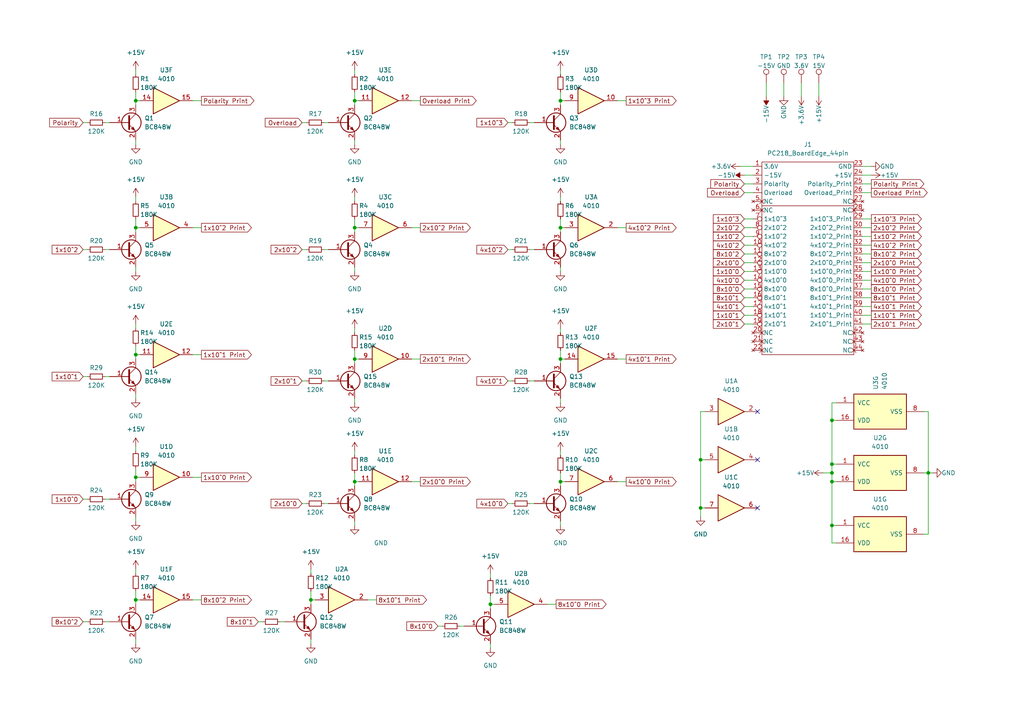
<source format=kicad_sch>
(kicad_sch (version 20211123) (generator eeschema)
  (paper "A4")
  (title_block (title "Keithley 615 PC218 Replacement Board") (date "2023-01-16") (rev "2.1") (company "Peter Farley") (comment 1 "Rev 2.0: Initial design") (comment 2 "Rev 2.1: Add test points"))
  (lib_symbols
    (symbol "4xxx:4010" (pin_names (offset 1.016))
      (property "Reference" "U" (at 0 1.27 0))
      (property "Value" "4010" (at 0 -1.27 0))
      (symbol "4010_1_0"
        (pin output line (at 7.62 0 180) (length 3.81) (name "~") (number "2"))
        (pin input line (at -7.62 0 0) (length 3.81) (name "~") (number "3"))
      )
      (symbol "4010_2_0"
        (pin output line (at 7.62 0 180) (length 3.81) (name "~") (number "4"))
        (pin input line (at -7.62 0 0) (length 3.81) (name "~") (number "5"))
      )
      (symbol "4010_3_0"
        (pin output line (at 7.62 0 180) (length 3.81) (name "~") (number "6"))
        (pin input line (at -7.62 0 0) (length 3.81) (name "~") (number "7"))
      )
      (symbol "4010_4_0"
        (pin output line (at 7.62 0 180) (length 3.81) (name "~") (number "10"))
        (pin input line (at -7.62 0 0) (length 3.81) (name "~") (number "9"))
      )
      (symbol "4010_5_0"
        (pin input line (at -7.62 0 0) (length 3.81) (name "~") (number "11"))
        (pin output line (at 7.62 0 180) (length 3.81) (name "~") (number "12"))
      )
      (symbol "4010_6_0"
        (pin input line (at -7.62 0 0) (length 3.81) (name "~") (number "14"))
        (pin output line (at 7.62 0 180) (length 3.81) (name "~") (number "15"))
      )
      (symbol "4010_7_0"
        (pin power_in line (at 2.54 12.7 270) (length 5.08) (name "VCC") (number "1"))
        (pin power_in line (at -2.54 12.7 270) (length 5.08) (name "VDD") (number "16"))
        (pin power_in line (at 0 -12.7 90) (length 5.08) (name "VSS") (number "8"))
      )
    )
    (symbol "Connector:TestPoint" (pin_numbers hide) (pin_names (offset 0.762) hide)
      (property "Reference" "TP" (at 0 6.858 0))
      (property "Value" "TestPoint" (at 0 5.08 0))
      (symbol "TestPoint_1_1"
        (pin passive line (at 0 0 90) (length 2.54) (name "1") (number "1"))
      )
    )
    (symbol "Device:R_Small" (pin_numbers hide) (pin_names (offset 0.254) hide)
      (property "Reference" "R" (at 0.762 0.508 0))
      (property "Value" "R_Small" (at 0.762 -1.016 0))
      (symbol "R_Small_1_1"
        (pin passive line (at 0 2.54 270) (length 0.762) (name "~") (number "1"))
        (pin passive line (at 0 -2.54 90) (length 0.762) (name "~") (number "2"))
      )
    )
    (symbol "Transistor_BJT:BC848W" (pin_names (offset 0) hide)
      (property "Reference" "Q" (at 5.08 1.905 0))
      (property "Value" "BC848W" (at 5.08 0 0))
      (symbol "BC848W_1_1"
        (pin input line (at -5.08 0 0) (length 5.715) (name "B") (number "1"))
        (pin passive line (at 2.54 -5.08 90) (length 2.54) (name "E") (number "2"))
        (pin passive line (at 2.54 5.08 270) (length 2.54) (name "C") (number "3"))
      )
    )
    (symbol "lib_symbols:+3.6V" (power) (pin_names (offset 0))
      (property "Value" "+3.6V" (at 0 3.556 0))
      (symbol "+3.6V_1_1"
        (pin power_in line (at 0 0 90) (length 0) hide (name "+3.6V") (number "1"))
      )
    )
    (symbol "lib_symbols:PC218_BoardEdge_44pin"
      (property "Reference" "J" (at -1.27 0 0))
      (property "Value" "PC218_BoardEdge_44pin" (at 0 -58.42 0))
      (symbol "PC218_BoardEdge_44pin_1_1"
        (pin power_out line (at -16.51 -2.54 0) (length 2.54) (name "3.6V") (number "1"))
        (pin output inverted (at -16.51 -25.4 0) (length 2.54) (name "4x10^2") (number "10"))
        (pin output inverted (at -16.51 -27.94 0) (length 2.54) (name "8x10^2") (number "11"))
        (pin output inverted (at -16.51 -30.48 0) (length 2.54) (name "2x10^0") (number "12"))
        (pin output inverted (at -16.51 -33.02 0) (length 2.54) (name "1x10^0") (number "13"))
        (pin output inverted (at -16.51 -35.56 0) (length 2.54) (name "4x10^0") (number "14"))
        (pin output inverted (at -16.51 -38.1 0) (length 2.54) (name "8x10^0") (number "15"))
        (pin output inverted (at -16.51 -40.64 0) (length 2.54) (name "8x10^1") (number "16"))
        (pin output inverted (at -16.51 -43.18 0) (length 2.54) (name "4x10^1") (number "17"))
        (pin output inverted (at -16.51 -45.72 0) (length 2.54) (name "1x10^1") (number "18"))
        (pin output inverted (at -16.51 -48.26 0) (length 2.54) (name "2x10^1") (number "19"))
        (pin power_out line (at -16.51 -5.08 0) (length 2.54) (name "-15V") (number "2"))
        (pin no_connect non_logic (at -16.51 -50.8 0) (length 2.54) (name "NC") (number "20"))
        (pin no_connect non_logic (at -16.51 -53.34 0) (length 2.54) (name "NC") (number "21"))
        (pin no_connect non_logic (at -16.51 -55.88 0) (length 2.54) (name "NC") (number "22"))
        (pin power_out line (at 15.24 -2.54 180) (length 2.54) (name "GND") (number "23"))
        (pin power_out line (at 15.24 -5.08 180) (length 2.54) (name "+15V") (number "24"))
        (pin input line (at 15.24 -7.62 180) (length 2.54) (name "Polarity_Print") (number "25"))
        (pin input line (at 15.24 -10.16 180) (length 2.54) (name "Overload_Print") (number "26"))
        (pin no_connect non_logic (at 15.24 -12.7 180) (length 2.54) (name "NC") (number "27"))
        (pin no_connect non_logic (at 15.24 -15.24 180) (length 2.54) (name "NC") (number "28"))
        (pin input line (at 15.24 -17.78 180) (length 2.54) (name "1x10^3_Print") (number "29"))
        (pin output line (at -16.51 -7.62 0) (length 2.54) (name "Polarity") (number "3"))
        (pin input line (at 15.24 -20.32 180) (length 2.54) (name "2x10^2_Print") (number "30"))
        (pin input line (at 15.24 -22.86 180) (length 2.54) (name "1x10^2_Print") (number "31"))
        (pin input line (at 15.24 -25.4 180) (length 2.54) (name "4x10^2_Print") (number "32"))
        (pin input line (at 15.24 -27.94 180) (length 2.54) (name "8x10^2_Print") (number "33"))
        (pin input line (at 15.24 -30.48 180) (length 2.54) (name "2x10^0_Print") (number "34"))
        (pin input line (at 15.24 -33.02 180) (length 2.54) (name "1x10^0_Print") (number "35"))
        (pin input line (at 15.24 -35.56 180) (length 2.54) (name "4x10^0_Print") (number "36"))
        (pin input line (at 15.24 -38.1 180) (length 2.54) (name "8x10^0_Print") (number "37"))
        (pin input line (at 15.24 -40.64 180) (length 2.54) (name "8x10^1_Print") (number "38"))
        (pin input line (at 15.24 -43.18 180) (length 2.54) (name "4x10^1_Print") (number "39"))
        (pin output line (at -16.51 -10.16 0) (length 2.54) (name "Overload") (number "4"))
        (pin input line (at 15.24 -45.72 180) (length 2.54) (name "1x10^1_Print") (number "40"))
        (pin input line (at 15.24 -48.26 180) (length 2.54) (name "2x10^1_Print") (number "41"))
        (pin no_connect non_logic (at 15.24 -50.8 180) (length 2.54) (name "NC") (number "42"))
        (pin no_connect non_logic (at 15.24 -53.34 180) (length 2.54) (name "NC") (number "43"))
        (pin no_connect non_logic (at 15.24 -55.88 180) (length 2.54) (name "NC") (number "44"))
        (pin no_connect non_logic (at -16.51 -12.7 0) (length 2.54) (name "NC") (number "5"))
        (pin no_connect non_logic (at -16.51 -15.24 0) (length 2.54) (name "NC") (number "6"))
        (pin output inverted (at -16.51 -17.78 0) (length 2.54) (name "1x10^3") (number "7"))
        (pin output inverted (at -16.51 -20.32 0) (length 2.54) (name "2x10^2") (number "8"))
        (pin output inverted (at -16.51 -22.86 0) (length 2.54) (name "1x10^2") (number "9"))
      )
    )
    (symbol "power:+15V" (power) (pin_names (offset 0))
      (property "Value" "+15V" (at 0 3.556 0))
      (symbol "+15V_1_1"
        (pin power_in line (at 0 0 90) (length 0) hide (name "+15V") (number "1"))
      )
    )
    (symbol "power:-15V" (power) (pin_names (offset 0))
      (property "Value" "-15V" (at 0 3.81 0))
      (symbol "-15V_0_0"
        (pin power_in line (at 0 0 90) (length 0) hide (name "-15V") (number "1"))
      )
    )
    (symbol "power:GND" (power) (pin_names (offset 0))
      (property "Value" "GND" (at 0 -3.81 0))
      (symbol "GND_1_1"
        (pin power_in line (at 0 0 270) (length 0) hide (name "GND") (number "1"))
      )
    )
  )
  (junction (at 241.3 152.4))
  (junction (at 102.87 104.14))
  (junction (at 203.2 147.32))
  (junction (at 162.56 29.21))
  (junction (at 241.3 121.92))
  (junction (at 39.37 66.04))
  (junction (at 162.56 139.7))
  (junction (at 241.3 134.62))
  (junction (at 241.3 137.16))
  (junction (at 162.56 104.14))
  (junction (at 39.37 29.21))
  (junction (at 102.87 139.7))
  (junction (at 142.24 175.26))
  (junction (at 241.3 139.7))
  (junction (at 39.37 138.43))
  (junction (at 162.56 66.04))
  (junction (at 39.37 173.99))
  (junction (at 102.87 29.21))
  (junction (at 90.17 173.99))
  (junction (at 102.87 66.04))
  (junction (at 39.37 102.87))
  (junction (at 203.2 133.35))
  (junction (at 269.24 137.16))
  (no_connect (at 219.71 147.32))
  (no_connect (at 219.71 133.35))
  (no_connect (at 219.71 119.38))
  (wire (pts (xy 102.87 40.64) (xy 102.87 41.91)))
  (wire (pts (xy 267.97 119.38) (xy 269.24 119.38)))
  (wire (pts (xy 102.87 139.7) (xy 104.14 139.7)))
  (wire (pts (xy 250.19 81.28) (xy 252.73 81.28)))
  (wire (pts (xy 250.19 50.8) (xy 252.73 50.8)))
  (wire (pts (xy 39.37 130.81) (xy 39.37 129.54)))
  (wire (pts (xy 39.37 173.99) (xy 39.37 175.26)))
  (wire (pts (xy 215.9 50.8) (xy 218.44 50.8)))
  (wire (pts (xy 215.9 86.36) (xy 218.44 86.36)))
  (wire (pts (xy 241.3 134.62) (xy 242.57 134.62)))
  (wire (pts (xy 162.56 96.52) (xy 162.56 95.25)))
  (wire (pts (xy 241.3 137.16) (xy 241.3 134.62)))
  (wire (pts (xy 142.24 175.26) (xy 143.51 175.26)))
  (wire (pts (xy 215.9 73.66) (xy 218.44 73.66)))
  (wire (pts (xy 106.68 173.99) (xy 109.22 173.99)))
  (wire (pts (xy 215.9 81.28) (xy 218.44 81.28)))
  (wire (pts (xy 39.37 95.25) (xy 39.37 93.98)))
  (wire (pts (xy 215.9 88.9) (xy 218.44 88.9)))
  (wire (pts (xy 24.13 180.34) (xy 25.4 180.34)))
  (wire (pts (xy 39.37 114.3) (xy 39.37 115.57)))
  (wire (pts (xy 162.56 115.57) (xy 162.56 116.84)))
  (wire (pts (xy 204.47 119.38) (xy 203.2 119.38)))
  (wire (pts (xy 179.07 104.14) (xy 181.61 104.14)))
  (wire (pts (xy 39.37 185.42) (xy 39.37 186.69)))
  (wire (pts (xy 24.13 35.56) (xy 25.4 35.56)))
  (wire (pts (xy 267.97 137.16) (xy 269.24 137.16)))
  (wire (pts (xy 214.63 48.26) (xy 218.44 48.26)))
  (wire (pts (xy 102.87 101.6) (xy 102.87 104.14)))
  (wire (pts (xy 153.67 146.05) (xy 154.94 146.05)))
  (wire (pts (xy 215.9 78.74) (xy 218.44 78.74)))
  (wire (pts (xy 250.19 91.44) (xy 252.73 91.44)))
  (wire (pts (xy 232.41 24.13) (xy 232.41 27.94)))
  (wire (pts (xy 250.19 78.74) (xy 252.73 78.74)))
  (wire (pts (xy 119.38 29.21) (xy 121.92 29.21)))
  (wire (pts (xy 215.9 93.98) (xy 218.44 93.98)))
  (wire (pts (xy 162.56 40.64) (xy 162.56 41.91)))
  (wire (pts (xy 39.37 166.37) (xy 39.37 165.1)))
  (wire (pts (xy 102.87 139.7) (xy 102.87 140.97)))
  (wire (pts (xy 250.19 66.04) (xy 252.73 66.04)))
  (wire (pts (xy 162.56 132.08) (xy 162.56 130.81)))
  (wire (pts (xy 102.87 77.47) (xy 102.87 78.74)))
  (wire (pts (xy 241.3 152.4) (xy 242.57 152.4)))
  (wire (pts (xy 90.17 173.99) (xy 91.44 173.99)))
  (wire (pts (xy 102.87 104.14) (xy 104.14 104.14)))
  (wire (pts (xy 90.17 185.42) (xy 90.17 186.69)))
  (wire (pts (xy 162.56 77.47) (xy 162.56 78.74)))
  (wire (pts (xy 74.93 180.34) (xy 76.2 180.34)))
  (wire (pts (xy 242.57 116.84) (xy 241.3 116.84)))
  (wire (pts (xy 93.98 35.56) (xy 95.25 35.56)))
  (wire (pts (xy 39.37 102.87) (xy 40.64 102.87)))
  (wire (pts (xy 215.9 83.82) (xy 218.44 83.82)))
  (wire (pts (xy 87.63 35.56) (xy 88.9 35.56)))
  (wire (pts (xy 55.88 102.87) (xy 58.42 102.87)))
  (wire (pts (xy 250.19 93.98) (xy 252.73 93.98)))
  (wire (pts (xy 162.56 29.21) (xy 163.83 29.21)))
  (wire (pts (xy 215.9 68.58) (xy 218.44 68.58)))
  (wire (pts (xy 39.37 102.87) (xy 39.37 104.14)))
  (wire (pts (xy 238.76 137.16) (xy 241.3 137.16)))
  (wire (pts (xy 102.87 115.57) (xy 102.87 116.84)))
  (wire (pts (xy 87.63 110.49) (xy 88.9 110.49)))
  (wire (pts (xy 39.37 21.59) (xy 39.37 20.32)))
  (wire (pts (xy 102.87 137.16) (xy 102.87 139.7)))
  (wire (pts (xy 215.9 91.44) (xy 218.44 91.44)))
  (wire (pts (xy 39.37 100.33) (xy 39.37 102.87)))
  (wire (pts (xy 250.19 71.12) (xy 252.73 71.12)))
  (wire (pts (xy 237.49 24.13) (xy 237.49 27.94)))
  (wire (pts (xy 147.32 110.49) (xy 148.59 110.49)))
  (wire (pts (xy 162.56 139.7) (xy 162.56 140.97)))
  (wire (pts (xy 250.19 53.34) (xy 252.73 53.34)))
  (wire (pts (xy 162.56 151.13) (xy 162.56 152.4)))
  (wire (pts (xy 102.87 66.04) (xy 104.14 66.04)))
  (wire (pts (xy 102.87 63.5) (xy 102.87 66.04)))
  (wire (pts (xy 142.24 167.64) (xy 142.24 166.37)))
  (wire (pts (xy 90.17 173.99) (xy 90.17 175.26)))
  (wire (pts (xy 55.88 66.04) (xy 58.42 66.04)))
  (wire (pts (xy 147.32 146.05) (xy 148.59 146.05)))
  (wire (pts (xy 250.19 86.36) (xy 252.73 86.36)))
  (wire (pts (xy 55.88 29.21) (xy 58.42 29.21)))
  (wire (pts (xy 93.98 72.39) (xy 95.25 72.39)))
  (wire (pts (xy 158.75 175.26) (xy 161.29 175.26)))
  (wire (pts (xy 162.56 104.14) (xy 163.83 104.14)))
  (wire (pts (xy 147.32 35.56) (xy 148.59 35.56)))
  (wire (pts (xy 269.24 119.38) (xy 269.24 137.16)))
  (wire (pts (xy 30.48 35.56) (xy 31.75 35.56)))
  (wire (pts (xy 147.32 72.39) (xy 148.59 72.39)))
  (wire (pts (xy 90.17 171.45) (xy 90.17 173.99)))
  (wire (pts (xy 102.87 58.42) (xy 102.87 57.15)))
  (wire (pts (xy 102.87 26.67) (xy 102.87 29.21)))
  (wire (pts (xy 203.2 147.32) (xy 203.2 149.86)))
  (wire (pts (xy 30.48 109.22) (xy 31.75 109.22)))
  (wire (pts (xy 241.3 139.7) (xy 242.57 139.7)))
  (wire (pts (xy 179.07 139.7) (xy 181.61 139.7)))
  (wire (pts (xy 215.9 76.2) (xy 218.44 76.2)))
  (wire (pts (xy 39.37 173.99) (xy 40.64 173.99)))
  (wire (pts (xy 203.2 147.32) (xy 204.47 147.32)))
  (wire (pts (xy 241.3 116.84) (xy 241.3 121.92)))
  (wire (pts (xy 215.9 55.88) (xy 218.44 55.88)))
  (wire (pts (xy 39.37 138.43) (xy 39.37 139.7)))
  (wire (pts (xy 250.19 68.58) (xy 252.73 68.58)))
  (wire (pts (xy 241.3 134.62) (xy 241.3 121.92)))
  (wire (pts (xy 55.88 138.43) (xy 58.42 138.43)))
  (wire (pts (xy 39.37 29.21) (xy 40.64 29.21)))
  (wire (pts (xy 162.56 21.59) (xy 162.56 20.32)))
  (wire (pts (xy 39.37 26.67) (xy 39.37 29.21)))
  (wire (pts (xy 203.2 133.35) (xy 204.47 133.35)))
  (wire (pts (xy 87.63 72.39) (xy 88.9 72.39)))
  (wire (pts (xy 102.87 29.21) (xy 104.14 29.21)))
  (wire (pts (xy 24.13 72.39) (xy 25.4 72.39)))
  (wire (pts (xy 39.37 29.21) (xy 39.37 30.48)))
  (wire (pts (xy 241.3 157.48) (xy 241.3 152.4)))
  (wire (pts (xy 39.37 66.04) (xy 40.64 66.04)))
  (wire (pts (xy 162.56 63.5) (xy 162.56 66.04)))
  (wire (pts (xy 250.19 48.26) (xy 252.73 48.26)))
  (wire (pts (xy 269.24 137.16) (xy 269.24 154.94)))
  (wire (pts (xy 215.9 53.34) (xy 218.44 53.34)))
  (wire (pts (xy 250.19 88.9) (xy 252.73 88.9)))
  (wire (pts (xy 153.67 72.39) (xy 154.94 72.39)))
  (wire (pts (xy 24.13 109.22) (xy 25.4 109.22)))
  (wire (pts (xy 162.56 58.42) (xy 162.56 57.15)))
  (wire (pts (xy 39.37 63.5) (xy 39.37 66.04)))
  (wire (pts (xy 102.87 151.13) (xy 102.87 152.4)))
  (wire (pts (xy 222.25 24.13) (xy 222.25 27.94)))
  (wire (pts (xy 215.9 71.12) (xy 218.44 71.12)))
  (wire (pts (xy 30.48 180.34) (xy 31.75 180.34)))
  (wire (pts (xy 162.56 66.04) (xy 163.83 66.04)))
  (wire (pts (xy 102.87 96.52) (xy 102.87 95.25)))
  (wire (pts (xy 162.56 26.67) (xy 162.56 29.21)))
  (wire (pts (xy 127 181.61) (xy 128.27 181.61)))
  (wire (pts (xy 250.19 55.88) (xy 252.73 55.88)))
  (wire (pts (xy 142.24 175.26) (xy 142.24 176.53)))
  (wire (pts (xy 241.3 121.92) (xy 242.57 121.92)))
  (wire (pts (xy 269.24 137.16) (xy 270.51 137.16)))
  (wire (pts (xy 153.67 35.56) (xy 154.94 35.56)))
  (wire (pts (xy 203.2 119.38) (xy 203.2 133.35)))
  (wire (pts (xy 179.07 66.04) (xy 181.61 66.04)))
  (wire (pts (xy 93.98 146.05) (xy 95.25 146.05)))
  (wire (pts (xy 30.48 144.78) (xy 31.75 144.78)))
  (wire (pts (xy 215.9 66.04) (xy 218.44 66.04)))
  (wire (pts (xy 39.37 138.43) (xy 40.64 138.43)))
  (wire (pts (xy 119.38 66.04) (xy 121.92 66.04)))
  (wire (pts (xy 102.87 21.59) (xy 102.87 20.32)))
  (wire (pts (xy 142.24 186.69) (xy 142.24 187.96)))
  (wire (pts (xy 102.87 66.04) (xy 102.87 67.31)))
  (wire (pts (xy 250.19 63.5) (xy 252.73 63.5)))
  (wire (pts (xy 24.13 144.78) (xy 25.4 144.78)))
  (wire (pts (xy 39.37 58.42) (xy 39.37 57.15)))
  (wire (pts (xy 81.28 180.34) (xy 82.55 180.34)))
  (wire (pts (xy 119.38 104.14) (xy 121.92 104.14)))
  (wire (pts (xy 162.56 104.14) (xy 162.56 105.41)))
  (wire (pts (xy 142.24 172.72) (xy 142.24 175.26)))
  (wire (pts (xy 179.07 29.21) (xy 181.61 29.21)))
  (wire (pts (xy 227.33 24.13) (xy 227.33 27.94)))
  (wire (pts (xy 162.56 66.04) (xy 162.56 67.31)))
  (wire (pts (xy 30.48 72.39) (xy 31.75 72.39)))
  (wire (pts (xy 90.17 166.37) (xy 90.17 165.1)))
  (wire (pts (xy 250.19 76.2) (xy 252.73 76.2)))
  (wire (pts (xy 119.38 139.7) (xy 121.92 139.7)))
  (wire (pts (xy 102.87 132.08) (xy 102.87 130.81)))
  (wire (pts (xy 133.35 181.61) (xy 134.62 181.61)))
  (wire (pts (xy 162.56 101.6) (xy 162.56 104.14)))
  (wire (pts (xy 203.2 133.35) (xy 203.2 147.32)))
  (wire (pts (xy 162.56 137.16) (xy 162.56 139.7)))
  (wire (pts (xy 269.24 154.94) (xy 267.97 154.94)))
  (wire (pts (xy 102.87 29.21) (xy 102.87 30.48)))
  (wire (pts (xy 93.98 110.49) (xy 95.25 110.49)))
  (wire (pts (xy 39.37 135.89) (xy 39.37 138.43)))
  (wire (pts (xy 241.3 139.7) (xy 241.3 137.16)))
  (wire (pts (xy 215.9 63.5) (xy 218.44 63.5)))
  (wire (pts (xy 39.37 66.04) (xy 39.37 67.31)))
  (wire (pts (xy 55.88 173.99) (xy 58.42 173.99)))
  (wire (pts (xy 102.87 104.14) (xy 102.87 105.41)))
  (wire (pts (xy 153.67 110.49) (xy 154.94 110.49)))
  (wire (pts (xy 242.57 157.48) (xy 241.3 157.48)))
  (wire (pts (xy 39.37 171.45) (xy 39.37 173.99)))
  (wire (pts (xy 250.19 73.66) (xy 252.73 73.66)))
  (wire (pts (xy 39.37 77.47) (xy 39.37 78.74)))
  (wire (pts (xy 241.3 152.4) (xy 241.3 139.7)))
  (wire (pts (xy 87.63 146.05) (xy 88.9 146.05)))
  (wire (pts (xy 39.37 40.64) (xy 39.37 41.91)))
  (wire (pts (xy 250.19 83.82) (xy 252.73 83.82)))
  (wire (pts (xy 162.56 139.7) (xy 163.83 139.7)))
  (wire (pts (xy 162.56 29.21) (xy 162.56 30.48)))
  (wire (pts (xy 39.37 149.86) (xy 39.37 151.13)))
  (global_label "8x10^0 Print" (shape output) (at 252.73 83.82 0) (property "Intersheet References" "${INTERSHEET_REFS}" (effects hide)))
  (global_label "4x10^2 Print" (shape output) (at 181.61 66.04 0) (property "Intersheet References" "${INTERSHEET_REFS}" (effects hide)))
  (global_label "4x10^2" (shape input) (at 215.9 71.12 180) (property "Intersheet References" "${INTERSHEET_REFS}" (effects hide)))
  (global_label "2x10^2" (shape input) (at 87.63 72.39 180) (property "Intersheet References" "${INTERSHEET_REFS}" (effects hide)))
  (global_label "8x10^0 Print" (shape output) (at 161.29 175.26 0) (property "Intersheet References" "${INTERSHEET_REFS}" (effects hide)))
  (global_label "1x10^2 Print" (shape output) (at 252.73 68.58 0) (property "Intersheet References" "${INTERSHEET_REFS}" (effects hide)))
  (global_label "Overload" (shape input) (at 215.9 55.88 180) (property "Intersheet References" "${INTERSHEET_REFS}" (effects hide)))
  (global_label "4x10^0 Print" (shape output) (at 181.61 139.7 0) (property "Intersheet References" "${INTERSHEET_REFS}" (effects hide)))
  (global_label "1x10^0 Print" (shape output) (at 58.42 138.43 0) (property "Intersheet References" "${INTERSHEET_REFS}" (effects hide)))
  (global_label "1x10^3" (shape input) (at 147.32 35.56 180) (property "Intersheet References" "${INTERSHEET_REFS}" (effects hide)))
  (global_label "2x10^1 Print" (shape output) (at 121.92 104.14 0) (property "Intersheet References" "${INTERSHEET_REFS}" (effects hide)))
  (global_label "2x10^2" (shape input) (at 215.9 66.04 180) (property "Intersheet References" "${INTERSHEET_REFS}" (effects hide)))
  (global_label "8x10^1 Print" (shape output) (at 252.73 86.36 0) (property "Intersheet References" "${INTERSHEET_REFS}" (effects hide)))
  (global_label "Polarity" (shape input) (at 215.9 53.34 180) (property "Intersheet References" "${INTERSHEET_REFS}" (effects hide)))
  (global_label "2x10^0" (shape input) (at 87.63 146.05 180) (property "Intersheet References" "${INTERSHEET_REFS}" (effects hide)))
  (global_label "1x10^1" (shape input) (at 24.13 109.22 180) (property "Intersheet References" "${INTERSHEET_REFS}" (effects hide)))
  (global_label "2x10^0 Print" (shape output) (at 121.92 139.7 0) (property "Intersheet References" "${INTERSHEET_REFS}" (effects hide)))
  (global_label "1x10^3 Print" (shape output) (at 181.61 29.21 0) (property "Intersheet References" "${INTERSHEET_REFS}" (effects hide)))
  (global_label "2x10^1" (shape input) (at 87.63 110.49 180) (property "Intersheet References" "${INTERSHEET_REFS}" (effects hide)))
  (global_label "1x10^2" (shape input) (at 24.13 72.39 180) (property "Intersheet References" "${INTERSHEET_REFS}" (effects hide)))
  (global_label "8x10^1" (shape input) (at 74.93 180.34 180) (property "Intersheet References" "${INTERSHEET_REFS}" (effects hide)))
  (global_label "Polarity Print" (shape output) (at 58.42 29.21 0) (property "Intersheet References" "${INTERSHEET_REFS}" (effects hide)))
  (global_label "Polarity Print" (shape output) (at 252.73 53.34 0) (property "Intersheet References" "${INTERSHEET_REFS}" (effects hide)))
  (global_label "Polarity" (shape input) (at 24.13 35.56 180) (property "Intersheet References" "${INTERSHEET_REFS}" (effects hide)))
  (global_label "8x10^0" (shape input) (at 215.9 83.82 180) (property "Intersheet References" "${INTERSHEET_REFS}" (effects hide)))
  (global_label "8x10^2 Print" (shape output) (at 252.73 73.66 0) (property "Intersheet References" "${INTERSHEET_REFS}" (effects hide)))
  (global_label "8x10^2" (shape input) (at 215.9 73.66 180) (property "Intersheet References" "${INTERSHEET_REFS}" (effects hide)))
  (global_label "1x10^1 Print" (shape output) (at 252.73 91.44 0) (property "Intersheet References" "${INTERSHEET_REFS}" (effects hide)))
  (global_label "8x10^2" (shape input) (at 24.13 180.34 180) (property "Intersheet References" "${INTERSHEET_REFS}" (effects hide)))
  (global_label "1x10^3" (shape input) (at 215.9 63.5 180) (property "Intersheet References" "${INTERSHEET_REFS}" (effects hide)))
  (global_label "1x10^0" (shape input) (at 215.9 78.74 180) (property "Intersheet References" "${INTERSHEET_REFS}" (effects hide)))
  (global_label "4x10^1" (shape input) (at 215.9 88.9 180) (property "Intersheet References" "${INTERSHEET_REFS}" (effects hide)))
  (global_label "2x10^1 Print" (shape output) (at 252.73 93.98 0) (property "Intersheet References" "${INTERSHEET_REFS}" (effects hide)))
  (global_label "1x10^3 Print" (shape output) (at 252.73 63.5 0) (property "Intersheet References" "${INTERSHEET_REFS}" (effects hide)))
  (global_label "2x10^2 Print" (shape output) (at 252.73 66.04 0) (property "Intersheet References" "${INTERSHEET_REFS}" (effects hide)))
  (global_label "2x10^2 Print" (shape output) (at 121.92 66.04 0) (property "Intersheet References" "${INTERSHEET_REFS}" (effects hide)))
  (global_label "1x10^2" (shape input) (at 215.9 68.58 180) (property "Intersheet References" "${INTERSHEET_REFS}" (effects hide)))
  (global_label "1x10^0" (shape input) (at 24.13 144.78 180) (property "Intersheet References" "${INTERSHEET_REFS}" (effects hide)))
  (global_label "Overload Print" (shape output) (at 252.73 55.88 0) (property "Intersheet References" "${INTERSHEET_REFS}" (effects hide)))
  (global_label "1x10^1" (shape input) (at 215.9 91.44 180) (property "Intersheet References" "${INTERSHEET_REFS}" (effects hide)))
  (global_label "4x10^1 Print" (shape output) (at 181.61 104.14 0) (property "Intersheet References" "${INTERSHEET_REFS}" (effects hide)))
  (global_label "8x10^2 Print" (shape output) (at 58.42 173.99 0) (property "Intersheet References" "${INTERSHEET_REFS}" (effects hide)))
  (global_label "4x10^1" (shape input) (at 147.32 110.49 180) (property "Intersheet References" "${INTERSHEET_REFS}" (effects hide)))
  (global_label "4x10^1 Print" (shape output) (at 252.73 88.9 0) (property "Intersheet References" "${INTERSHEET_REFS}" (effects hide)))
  (global_label "4x10^0" (shape input) (at 215.9 81.28 180) (property "Intersheet References" "${INTERSHEET_REFS}" (effects hide)))
  (global_label "1x10^2 Print" (shape output) (at 58.42 66.04 0) (property "Intersheet References" "${INTERSHEET_REFS}" (effects hide)))
  (global_label "2x10^0" (shape input) (at 215.9 76.2 180) (property "Intersheet References" "${INTERSHEET_REFS}" (effects hide)))
  (global_label "Overload Print" (shape output) (at 121.92 29.21 0) (property "Intersheet References" "${INTERSHEET_REFS}" (effects hide)))
  (global_label "2x10^0 Print" (shape output) (at 252.73 76.2 0) (property "Intersheet References" "${INTERSHEET_REFS}" (effects hide)))
  (global_label "4x10^0" (shape input) (at 147.32 146.05 180) (property "Intersheet References" "${INTERSHEET_REFS}" (effects hide)))
  (global_label "8x10^1 Print" (shape output) (at 109.22 173.99 0) (property "Intersheet References" "${INTERSHEET_REFS}" (effects hide)))
  (global_label "1x10^0 Print" (shape output) (at 252.73 78.74 0) (property "Intersheet References" "${INTERSHEET_REFS}" (effects hide)))
  (global_label "4x10^2" (shape input) (at 147.32 72.39 180) (property "Intersheet References" "${INTERSHEET_REFS}" (effects hide)))
  (global_label "4x10^0 Print" (shape output) (at 252.73 81.28 0) (property "Intersheet References" "${INTERSHEET_REFS}" (effects hide)))
  (global_label "4x10^2 Print" (shape output) (at 252.73 71.12 0) (property "Intersheet References" "${INTERSHEET_REFS}" (effects hide)))
  (global_label "Overload" (shape input) (at 87.63 35.56 180) (property "Intersheet References" "${INTERSHEET_REFS}" (effects hide)))
  (global_label "8x10^0" (shape input) (at 127 181.61 180) (property "Intersheet References" "${INTERSHEET_REFS}" (effects hide)))
  (global_label "1x10^1 Print" (shape output) (at 58.42 102.87 0) (property "Intersheet References" "${INTERSHEET_REFS}" (effects hide)))
  (global_label "2x10^1" (shape input) (at 215.9 93.98 180) (property "Intersheet References" "${INTERSHEET_REFS}" (effects hide)))
  (global_label "8x10^1" (shape input) (at 215.9 86.36 180) (property "Intersheet References" "${INTERSHEET_REFS}" (effects hide)))
  (symbol (lib_id "Transistor_BJT:BC848W") (at 100.33 35.56 0) (unit 1)
    (property "Reference" "Q2" (at 105.41 34.2899 0) (effects (justify left)))
    (property "Value" "BC848W" (at 105.41 36.8299 0) (effects (justify left)))
    (property "Footprint" "Package_TO_SOT_SMD:SOT-323_SC-70" (effects hide))
    (property "Datasheet" "http://www.infineon.com/dgdl/Infineon-BC847SERIES_BC848SERIES_BC849SERIES_BC850SERIES-DS-v01_01-en.pdf?fileId=db3a304314dca389011541d4630a1657" (effects hide))
  )
  (symbol (lib_id "Connector:TestPoint") (at 232.41 24.13 0) (unit 1)
    (property "Reference" "TP3" (at 232.41 16.51 0))
    (property "Value" "3.6V" (at 232.41 19.05 0))
    (property "Footprint" "TestPoint:TestPoint_THTPad_2.0x2.0mm_Drill1.0mm" (effects hide))
  )
  (symbol (lib_id "4xxx:4010") (at 48.26 173.99 0) (unit 6)
    (property "Reference" "U1" (at 48.26 165.1 0))
    (property "Value" "4010" (at 48.26 167.64 0))
    (property "Footprint" "Package_SO:SOIC-16_3.9x9.9mm_P1.27mm" (effects hide))
    (property "Datasheet" "http://www.ti.com/lit/ds/symlink/cd4010b-q1.pdf" (effects hide))
  )
  (symbol (lib_id "4xxx:4010") (at 48.26 102.87 0) (unit 5)
    (property "Reference" "U2" (at 48.26 93.98 0))
    (property "Value" "4010" (at 48.26 96.52 0))
    (property "Footprint" "Package_SO:SOIC-16_3.9x9.9mm_P1.27mm" (effects hide))
    (property "Datasheet" "http://www.ti.com/lit/ds/symlink/cd4010b-q1.pdf" (effects hide))
  )
  (symbol (lib_id "Device:R_Small") (at 27.94 35.56 90) (unit 1)
    (property "Reference" "R16" (at 27.94 33.02 90))
    (property "Value" "120K" (at 27.94 38.1 90))
    (property "Footprint" "Resistor_SMD:R_0603_1608Metric" (effects hide))
  )
  (symbol (lib_id "lib_symbols:PC218_BoardEdge_44pin") (at 234.95 45.72 0) (unit 1)
    (property "Reference" "J1" (at 234.315 41.91 0))
    (property "Value" "PC218_BoardEdge_44pin" (at 234.315 44.45 0))
    (property "Footprint" "footprints:PC218_Edge_Connector" (effects hide))
  )
  (symbol (lib_id "power:+15V") (at 39.37 165.1 0) (unit 1)
    (property "Reference" "#PWR0130" (effects hide))
    (property "Value" "+15V" (at 39.37 160.02 0))
  )
  (symbol (lib_id "power:+15V") (at 162.56 95.25 0) (unit 1)
    (property "Reference" "#PWR0126" (effects hide))
    (property "Value" "+15V" (at 162.56 90.17 0))
  )
  (symbol (lib_id "4xxx:4010") (at 212.09 119.38 0) (unit 1)
    (property "Reference" "U1" (at 212.09 110.49 0))
    (property "Value" "4010" (at 212.09 113.03 0))
    (property "Footprint" "Package_SO:SOIC-16_3.9x9.9mm_P1.27mm" (effects hide))
    (property "Datasheet" "http://www.ti.com/lit/ds/symlink/cd4010b-q1.pdf" (effects hide))
  )
  (symbol (lib_id "Transistor_BJT:BC848W") (at 160.02 110.49 0) (unit 1)
    (property "Reference" "Q13" (at 165.1 109.2199 0) (effects (justify left)))
    (property "Value" "BC848W" (at 165.1 111.7599 0) (effects (justify left)))
    (property "Footprint" "Package_TO_SOT_SMD:SOT-323_SC-70" (effects hide))
    (property "Datasheet" "http://www.infineon.com/dgdl/Infineon-BC847SERIES_BC848SERIES_BC849SERIES_BC850SERIES-DS-v01_01-en.pdf?fileId=db3a304314dca389011541d4630a1657" (effects hide))
  )
  (symbol (lib_id "power:GND") (at 39.37 186.69 0) (unit 1)
    (property "Reference" "#PWR0131" (effects hide))
    (property "Value" "GND" (at 39.37 191.77 0))
  )
  (symbol (lib_id "power:+15V") (at 162.56 130.81 0) (unit 1)
    (property "Reference" "#PWR0128" (effects hide))
    (property "Value" "+15V" (at 162.56 125.73 0))
  )
  (symbol (lib_id "power:+15V") (at 39.37 20.32 0) (unit 1)
    (property "Reference" "#PWR0104" (effects hide))
    (property "Value" "+15V" (at 39.37 15.24 0))
  )
  (symbol (lib_id "Connector:TestPoint") (at 227.33 24.13 0) (unit 1)
    (property "Reference" "TP2" (at 227.33 16.51 0))
    (property "Value" "GND" (at 227.33 19.05 0))
    (property "Footprint" "TestPoint:TestPoint_THTPad_2.0x2.0mm_Drill1.0mm" (effects hide))
  )
  (symbol (lib_id "Device:R_Small") (at 39.37 168.91 0) (unit 1)
    (property "Reference" "R7" (at 40.64 167.64 0) (effects (justify left)))
    (property "Value" "180K" (at 40.64 170.18 0) (effects (justify left)))
    (property "Footprint" "Resistor_SMD:R_0603_1608Metric" (effects hide))
  )
  (symbol (lib_id "power:+15V") (at 238.76 137.16 90) (unit 1)
    (property "Reference" "#PWR0103" (effects hide))
    (property "Value" "+15V" (at 236.22 137.16 90) (effects (justify left)))
  )
  (symbol (lib_id "power:GND") (at 39.37 78.74 0) (unit 1)
    (property "Reference" "#PWR0110" (effects hide))
    (property "Value" "GND" (at 39.37 83.82 0))
  )
  (symbol (lib_id "power:+15V") (at 90.17 165.1 0) (unit 1)
    (property "Reference" "#PWR0132" (effects hide))
    (property "Value" "+15V" (at 90.17 160.02 0))
  )
  (symbol (lib_id "power:GND") (at 252.73 48.26 90) (unit 1)
    (property "Reference" "#PWR0107" (effects hide))
    (property "Value" "GND" (at 255.27 48.26 90) (effects (justify right)))
  )
  (symbol (lib_id "Device:R_Small") (at 27.94 72.39 90) (unit 1)
    (property "Reference" "R20" (at 27.94 69.85 90))
    (property "Value" "120K" (at 27.94 74.93 90))
    (property "Footprint" "Resistor_SMD:R_0603_1608Metric" (effects hide))
  )
  (symbol (lib_id "4xxx:4010") (at 212.09 133.35 0) (unit 2)
    (property "Reference" "U1" (at 212.09 124.46 0))
    (property "Value" "4010" (at 212.09 127 0))
    (property "Footprint" "Package_SO:SOIC-16_3.9x9.9mm_P1.27mm" (effects hide))
    (property "Datasheet" "http://www.ti.com/lit/ds/symlink/cd4010b-q1.pdf" (effects hide))
  )
  (symbol (lib_id "Transistor_BJT:BC848W") (at 139.7 181.61 0) (unit 1)
    (property "Reference" "Q11" (at 144.78 180.3399 0) (effects (justify left)))
    (property "Value" "BC848W" (at 144.78 182.8799 0) (effects (justify left)))
    (property "Footprint" "Package_TO_SOT_SMD:SOT-323_SC-70" (effects hide))
    (property "Datasheet" "http://www.infineon.com/dgdl/Infineon-BC847SERIES_BC848SERIES_BC849SERIES_BC850SERIES-DS-v01_01-en.pdf?fileId=db3a304314dca389011541d4630a1657" (effects hide))
  )
  (symbol (lib_id "Device:R_Small") (at 27.94 109.22 90) (unit 1)
    (property "Reference" "R29" (at 27.94 106.68 90))
    (property "Value" "120K" (at 27.94 111.76 90))
    (property "Footprint" "Resistor_SMD:R_0603_1608Metric" (effects hide))
  )
  (symbol (lib_id "Device:R_Small") (at 90.17 168.91 0) (unit 1)
    (property "Reference" "R12" (at 91.44 167.64 0) (effects (justify left)))
    (property "Value" "180K" (at 91.44 170.18 0) (effects (justify left)))
    (property "Footprint" "Resistor_SMD:R_0603_1608Metric" (effects hide))
  )
  (symbol (lib_id "power:GND") (at 162.56 78.74 0) (unit 1)
    (property "Reference" "#PWR0117" (effects hide))
    (property "Value" "GND" (at 162.56 83.82 0))
  )
  (symbol (lib_id "power:+15V") (at 142.24 166.37 0) (unit 1)
    (property "Reference" "#PWR0134" (effects hide))
    (property "Value" "+15V" (at 142.24 161.29 0))
  )
  (symbol (lib_id "Device:R_Small") (at 130.81 181.61 90) (unit 1)
    (property "Reference" "R26" (at 130.81 179.07 90))
    (property "Value" "120K" (at 130.81 184.15 90))
    (property "Footprint" "Resistor_SMD:R_0603_1608Metric" (effects hide))
  )
  (symbol (lib_id "power:GND") (at 162.56 116.84 0) (unit 1)
    (property "Reference" "#PWR0129" (effects hide))
    (property "Value" "GND" (at 162.56 121.92 0))
  )
  (symbol (lib_id "power:GND") (at 39.37 151.13 0) (unit 1)
    (property "Reference" "#PWR0121" (effects hide))
    (property "Value" "GND" (at 39.37 156.21 0))
  )
  (symbol (lib_id "Device:R_Small") (at 39.37 97.79 0) (unit 1)
    (property "Reference" "R14" (at 40.64 96.52 0) (effects (justify left)))
    (property "Value" "180K" (at 40.64 99.06 0) (effects (justify left)))
    (property "Footprint" "Resistor_SMD:R_0603_1608Metric" (effects hide))
  )
  (symbol (lib_id "power:+15V") (at 39.37 93.98 0) (unit 1)
    (property "Reference" "#PWR0118" (effects hide))
    (property "Value" "+15V" (at 39.37 88.9 0))
  )
  (symbol (lib_id "Transistor_BJT:BC848W") (at 36.83 35.56 0) (unit 1)
    (property "Reference" "Q1" (at 41.91 34.2899 0) (effects (justify left)))
    (property "Value" "BC848W" (at 41.91 36.8299 0) (effects (justify left)))
    (property "Footprint" "Package_TO_SOT_SMD:SOT-323_SC-70" (effects hide))
    (property "Datasheet" "http://www.infineon.com/dgdl/Infineon-BC847SERIES_BC848SERIES_BC849SERIES_BC850SERIES-DS-v01_01-en.pdf?fileId=db3a304314dca389011541d4630a1657" (effects hide))
  )
  (symbol (lib_id "Device:R_Small") (at 39.37 133.35 0) (unit 1)
    (property "Reference" "R9" (at 40.64 132.08 0) (effects (justify left)))
    (property "Value" "180K" (at 40.64 134.62 0) (effects (justify left)))
    (property "Footprint" "Resistor_SMD:R_0603_1608Metric" (effects hide))
  )
  (symbol (lib_id "4xxx:4010") (at 111.76 66.04 0) (unit 3)
    (property "Reference" "U3" (at 111.76 57.15 0))
    (property "Value" "4010" (at 111.76 59.69 0))
    (property "Footprint" "Package_SO:SOIC-16_3.9x9.9mm_P1.27mm" (effects hide))
    (property "Datasheet" "http://www.ti.com/lit/ds/symlink/cd4010b-q1.pdf" (effects hide))
  )
  (symbol (lib_id "power:+15V") (at 102.87 57.15 0) (unit 1)
    (property "Reference" "#PWR0113" (effects hide))
    (property "Value" "+15V" (at 102.87 52.07 0))
  )
  (symbol (lib_id "Transistor_BJT:BC848W") (at 160.02 35.56 0) (unit 1)
    (property "Reference" "Q3" (at 165.1 34.2899 0) (effects (justify left)))
    (property "Value" "BC848W" (at 165.1 36.8299 0) (effects (justify left)))
    (property "Footprint" "Package_TO_SOT_SMD:SOT-323_SC-70" (effects hide))
    (property "Datasheet" "http://www.infineon.com/dgdl/Infineon-BC847SERIES_BC848SERIES_BC849SERIES_BC850SERIES-DS-v01_01-en.pdf?fileId=db3a304314dca389011541d4630a1657" (effects hide))
  )
  (symbol (lib_id "Transistor_BJT:BC848W") (at 36.83 144.78 0) (unit 1)
    (property "Reference" "Q9" (at 41.91 143.5099 0) (effects (justify left)))
    (property "Value" "BC848W" (at 41.91 146.0499 0) (effects (justify left)))
    (property "Footprint" "Package_TO_SOT_SMD:SOT-323_SC-70" (effects hide))
    (property "Datasheet" "http://www.infineon.com/dgdl/Infineon-BC847SERIES_BC848SERIES_BC849SERIES_BC850SERIES-DS-v01_01-en.pdf?fileId=db3a304314dca389011541d4630a1657" (effects hide))
  )
  (symbol (lib_id "Transistor_BJT:BC848W") (at 36.83 72.39 0) (unit 1)
    (property "Reference" "Q5" (at 41.91 71.1199 0) (effects (justify left)))
    (property "Value" "BC848W" (at 41.91 73.6599 0) (effects (justify left)))
    (property "Footprint" "Package_TO_SOT_SMD:SOT-323_SC-70" (effects hide))
    (property "Datasheet" "http://www.infineon.com/dgdl/Infineon-BC847SERIES_BC848SERIES_BC849SERIES_BC850SERIES-DS-v01_01-en.pdf?fileId=db3a304314dca389011541d4630a1657" (effects hide))
  )
  (symbol (lib_id "lib_symbols:+3.6V") (at 232.41 27.94 180) (unit 1)
    (property "Reference" "#PWR0139" (effects hide))
    (property "Value" "+3.6V" (at 232.41 30.48 90) (effects (justify left)))
  )
  (symbol (lib_id "Transistor_BJT:BC848W") (at 36.83 109.22 0) (unit 1)
    (property "Reference" "Q14" (at 41.91 107.9499 0) (effects (justify left)))
    (property "Value" "BC848W" (at 41.91 110.4899 0) (effects (justify left)))
    (property "Footprint" "Package_TO_SOT_SMD:SOT-323_SC-70" (effects hide))
    (property "Datasheet" "http://www.infineon.com/dgdl/Infineon-BC847SERIES_BC848SERIES_BC849SERIES_BC850SERIES-DS-v01_01-en.pdf?fileId=db3a304314dca389011541d4630a1657" (effects hide))
  )
  (symbol (lib_id "power:GND") (at 142.24 187.96 0) (unit 1)
    (property "Reference" "#PWR0135" (effects hide))
    (property "Value" "GND" (at 142.24 193.04 0))
  )
  (symbol (lib_id "Transistor_BJT:BC848W") (at 160.02 146.05 0) (unit 1)
    (property "Reference" "Q10" (at 165.1 144.7799 0) (effects (justify left)))
    (property "Value" "BC848W" (at 165.1 147.3199 0) (effects (justify left)))
    (property "Footprint" "Package_TO_SOT_SMD:SOT-323_SC-70" (effects hide))
    (property "Datasheet" "http://www.infineon.com/dgdl/Infineon-BC847SERIES_BC848SERIES_BC849SERIES_BC850SERIES-DS-v01_01-en.pdf?fileId=db3a304314dca389011541d4630a1657" (effects hide))
  )
  (symbol (lib_id "Device:R_Small") (at 102.87 24.13 0) (unit 1)
    (property "Reference" "R2" (at 104.14 22.86 0) (effects (justify left)))
    (property "Value" "180K" (at 104.14 25.4 0) (effects (justify left)))
    (property "Footprint" "Resistor_SMD:R_0603_1608Metric" (effects hide))
  )
  (symbol (lib_id "Transistor_BJT:BC848W") (at 100.33 72.39 0) (unit 1)
    (property "Reference" "Q4" (at 105.41 71.1199 0) (effects (justify left)))
    (property "Value" "BC848W" (at 105.41 73.6599 0) (effects (justify left)))
    (property "Footprint" "Package_TO_SOT_SMD:SOT-323_SC-70" (effects hide))
    (property "Datasheet" "http://www.infineon.com/dgdl/Infineon-BC847SERIES_BC848SERIES_BC849SERIES_BC850SERIES-DS-v01_01-en.pdf?fileId=db3a304314dca389011541d4630a1657" (effects hide))
  )
  (symbol (lib_id "4xxx:4010") (at 171.45 104.14 0) (unit 6)
    (property "Reference" "U2" (at 171.45 95.25 0))
    (property "Value" "4010" (at 171.45 97.79 0))
    (property "Footprint" "Package_SO:SOIC-16_3.9x9.9mm_P1.27mm" (effects hide))
    (property "Datasheet" "http://www.ti.com/lit/ds/symlink/cd4010b-q1.pdf" (effects hide))
  )
  (symbol (lib_id "power:GND") (at 102.87 116.84 0) (unit 1)
    (property "Reference" "#PWR0123" (effects hide))
    (property "Value" "GND" (at 102.87 121.92 0))
  )
  (symbol (lib_id "Device:R_Small") (at 102.87 60.96 0) (unit 1)
    (property "Reference" "R4" (at 104.14 59.69 0) (effects (justify left)))
    (property "Value" "180K" (at 104.14 62.23 0) (effects (justify left)))
    (property "Footprint" "Resistor_SMD:R_0603_1608Metric" (effects hide))
  )
  (symbol (lib_id "Device:R_Small") (at 151.13 110.49 90) (unit 1)
    (property "Reference" "R28" (at 151.13 107.95 90))
    (property "Value" "120K" (at 151.13 113.03 90))
    (property "Footprint" "Resistor_SMD:R_0603_1608Metric" (effects hide))
  )
  (symbol (lib_id "Transistor_BJT:BC848W") (at 100.33 146.05 0) (unit 1)
    (property "Reference" "Q8" (at 105.41 144.7799 0) (effects (justify left)))
    (property "Value" "BC848W" (at 105.41 147.3199 0) (effects (justify left)))
    (property "Footprint" "Package_TO_SOT_SMD:SOT-323_SC-70" (effects hide))
    (property "Datasheet" "http://www.infineon.com/dgdl/Infineon-BC847SERIES_BC848SERIES_BC849SERIES_BC850SERIES-DS-v01_01-en.pdf?fileId=db3a304314dca389011541d4630a1657" (effects hide))
  )
  (symbol (lib_id "Transistor_BJT:BC848W") (at 100.33 110.49 0) (unit 1)
    (property "Reference" "Q15" (at 105.41 109.2199 0) (effects (justify left)))
    (property "Value" "BC848W" (at 105.41 111.7599 0) (effects (justify left)))
    (property "Footprint" "Package_TO_SOT_SMD:SOT-323_SC-70" (effects hide))
    (property "Datasheet" "http://www.infineon.com/dgdl/Infineon-BC847SERIES_BC848SERIES_BC849SERIES_BC850SERIES-DS-v01_01-en.pdf?fileId=db3a304314dca389011541d4630a1657" (effects hide))
  )
  (symbol (lib_id "power:+15V") (at 102.87 20.32 0) (unit 1)
    (property "Reference" "#PWR0114" (effects hide))
    (property "Value" "+15V" (at 102.87 15.24 0))
  )
  (symbol (lib_id "power:GND") (at 162.56 152.4 0) (unit 1)
    (property "Reference" "#PWR0127" (effects hide))
    (property "Value" "GND" (at 162.56 157.48 0))
  )
  (symbol (lib_id "4xxx:4010") (at 171.45 139.7 0) (unit 3)
    (property "Reference" "U2" (at 171.45 130.81 0))
    (property "Value" "4010" (at 171.45 133.35 0))
    (property "Footprint" "Package_SO:SOIC-16_3.9x9.9mm_P1.27mm" (effects hide))
    (property "Datasheet" "http://www.ti.com/lit/ds/symlink/cd4010b-q1.pdf" (effects hide))
  )
  (symbol (lib_id "lib_symbols:+3.6V") (at 214.63 48.26 90) (unit 1)
    (property "Reference" "#PWR0137" (effects hide))
    (property "Value" "+3.6V" (at 212.09 48.26 90) (effects (justify left)))
  )
  (symbol (lib_id "power:+15V") (at 102.87 130.81 0) (unit 1)
    (property "Reference" "#PWR0125" (effects hide))
    (property "Value" "+15V" (at 102.87 125.73 0))
  )
  (symbol (lib_id "power:GND") (at 102.87 41.91 0) (unit 1)
    (property "Reference" "#PWR0112" (effects hide))
    (property "Value" "GND" (at 102.87 46.99 0))
  )
  (symbol (lib_id "power:GND") (at 203.2 149.86 0) (unit 1)
    (property "Reference" "#PWR0136" (effects hide))
    (property "Value" "GND" (at 203.2 154.94 0))
  )
  (symbol (lib_id "power:GND") (at 102.87 78.74 0) (unit 1)
    (property "Reference" "#PWR0115" (effects hide))
    (property "Value" "GND" (at 102.87 83.82 0))
  )
  (symbol (lib_id "Device:R_Small") (at 91.44 110.49 90) (unit 1)
    (property "Reference" "R30" (at 91.44 107.95 90))
    (property "Value" "120K" (at 91.44 113.03 90))
    (property "Footprint" "Resistor_SMD:R_0603_1608Metric" (effects hide))
  )
  (symbol (lib_id "Device:R_Small") (at 162.56 134.62 0) (unit 1)
    (property "Reference" "R10" (at 163.83 133.35 0) (effects (justify left)))
    (property "Value" "180K" (at 163.83 135.89 0) (effects (justify left)))
    (property "Footprint" "Resistor_SMD:R_0603_1608Metric" (effects hide))
  )
  (symbol (lib_id "power:+15V") (at 162.56 57.15 0) (unit 1)
    (property "Reference" "#PWR0116" (effects hide))
    (property "Value" "+15V" (at 162.56 52.07 0))
  )
  (symbol (lib_id "power:GND") (at 162.56 41.91 0) (unit 1)
    (property "Reference" "#PWR0109" (effects hide))
    (property "Value" "GND" (at 162.56 46.99 0))
  )
  (symbol (lib_id "4xxx:4010") (at 111.76 104.14 0) (unit 4)
    (property "Reference" "U2" (at 111.76 95.25 0))
    (property "Value" "4010" (at 111.76 97.79 0))
    (property "Footprint" "Package_SO:SOIC-16_3.9x9.9mm_P1.27mm" (effects hide))
    (property "Datasheet" "http://www.ti.com/lit/ds/symlink/cd4010b-q1.pdf" (effects hide))
  )
  (symbol (lib_id "Device:R_Small") (at 27.94 144.78 90) (unit 1)
    (property "Reference" "R24" (at 27.94 142.24 90))
    (property "Value" "120K" (at 27.94 147.32 90))
    (property "Footprint" "Resistor_SMD:R_0603_1608Metric" (effects hide))
  )
  (symbol (lib_id "Device:R_Small") (at 162.56 60.96 0) (unit 1)
    (property "Reference" "R6" (at 163.83 59.69 0) (effects (justify left)))
    (property "Value" "180K" (at 163.83 62.23 0) (effects (justify left)))
    (property "Footprint" "Resistor_SMD:R_0603_1608Metric" (effects hide))
  )
  (symbol (lib_id "Device:R_Small") (at 162.56 24.13 0) (unit 1)
    (property "Reference" "R3" (at 163.83 22.86 0) (effects (justify left)))
    (property "Value" "180K" (at 163.83 25.4 0) (effects (justify left)))
    (property "Footprint" "Resistor_SMD:R_0603_1608Metric" (effects hide))
  )
  (symbol (lib_id "power:+15V") (at 162.56 20.32 0) (unit 1)
    (property "Reference" "#PWR0108" (effects hide))
    (property "Value" "+15V" (at 162.56 15.24 0))
  )
  (symbol (lib_id "Device:R_Small") (at 39.37 60.96 0) (unit 1)
    (property "Reference" "R5" (at 40.64 59.69 0) (effects (justify left)))
    (property "Value" "180K" (at 40.64 62.23 0) (effects (justify left)))
    (property "Footprint" "Resistor_SMD:R_0603_1608Metric" (effects hide))
  )
  (symbol (lib_id "Transistor_BJT:BC848W") (at 160.02 72.39 0) (unit 1)
    (property "Reference" "Q6" (at 165.1 71.1199 0) (effects (justify left)))
    (property "Value" "BC848W" (at 165.1 73.6599 0) (effects (justify left)))
    (property "Footprint" "Package_TO_SOT_SMD:SOT-323_SC-70" (effects hide))
    (property "Datasheet" "http://www.infineon.com/dgdl/Infineon-BC847SERIES_BC848SERIES_BC849SERIES_BC850SERIES-DS-v01_01-en.pdf?fileId=db3a304314dca389011541d4630a1657" (effects hide))
  )
  (symbol (lib_id "4xxx:4010") (at 111.76 29.21 0) (unit 5)
    (property "Reference" "U3" (at 111.76 20.32 0))
    (property "Value" "4010" (at 111.76 22.86 0))
    (property "Footprint" "Package_SO:SOIC-16_3.9x9.9mm_P1.27mm" (effects hide))
    (property "Datasheet" "http://www.ti.com/lit/ds/symlink/cd4010b-q1.pdf" (effects hide))
  )
  (symbol (lib_id "4xxx:4010") (at 99.06 173.99 0) (unit 1)
    (property "Reference" "U2" (at 99.06 165.1 0))
    (property "Value" "4010" (at 99.06 167.64 0))
    (property "Footprint" "Package_SO:SOIC-16_3.9x9.9mm_P1.27mm" (effects hide))
    (property "Datasheet" "http://www.ti.com/lit/ds/symlink/cd4010b-q1.pdf" (effects hide))
  )
  (symbol (lib_id "power:GND") (at 90.17 186.69 0) (unit 1)
    (property "Reference" "#PWR0133" (effects hide))
    (property "Value" "GND" (at 90.17 191.77 0))
  )
  (symbol (lib_id "power:GND") (at 227.33 27.94 0) (unit 1)
    (property "Reference" "#PWR0138" (effects hide))
    (property "Value" "GND" (at 227.33 30.48 90) (effects (justify right)))
  )
  (symbol (lib_id "power:+15V") (at 237.49 27.94 180) (unit 1)
    (property "Reference" "#PWR0140" (effects hide))
    (property "Value" "+15V" (at 237.49 30.48 90) (effects (justify left)))
  )
  (symbol (lib_id "4xxx:4010") (at 151.13 175.26 0) (unit 2)
    (property "Reference" "U2" (at 151.13 166.37 0))
    (property "Value" "4010" (at 151.13 168.91 0))
    (property "Footprint" "Package_SO:SOIC-16_3.9x9.9mm_P1.27mm" (effects hide))
    (property "Datasheet" "http://www.ti.com/lit/ds/symlink/cd4010b-q1.pdf" (effects hide))
  )
  (symbol (lib_id "Device:R_Small") (at 142.24 170.18 0) (unit 1)
    (property "Reference" "R11" (at 143.51 168.91 0) (effects (justify left)))
    (property "Value" "180K" (at 143.51 171.45 0) (effects (justify left)))
    (property "Footprint" "Resistor_SMD:R_0603_1608Metric" (effects hide))
  )
  (symbol (lib_id "Transistor_BJT:BC848W") (at 36.83 180.34 0) (unit 1)
    (property "Reference" "Q7" (at 41.91 179.0699 0) (effects (justify left)))
    (property "Value" "BC848W" (at 41.91 181.6099 0) (effects (justify left)))
    (property "Footprint" "Package_TO_SOT_SMD:SOT-323_SC-70" (effects hide))
    (property "Datasheet" "http://www.infineon.com/dgdl/Infineon-BC847SERIES_BC848SERIES_BC849SERIES_BC850SERIES-DS-v01_01-en.pdf?fileId=db3a304314dca389011541d4630a1657" (effects hide))
  )
  (symbol (lib_id "power:GND") (at 270.51 137.16 90) (unit 1)
    (property "Reference" "#PWR0102" (effects hide))
    (property "Value" "GND" (at 273.05 137.16 90) (effects (justify right)))
  )
  (symbol (lib_id "Device:R_Small") (at 39.37 24.13 0) (unit 1)
    (property "Reference" "R1" (at 40.64 22.86 0) (effects (justify left)))
    (property "Value" "180K" (at 40.64 25.4 0) (effects (justify left)))
    (property "Footprint" "Resistor_SMD:R_0603_1608Metric" (effects hide))
  )
  (symbol (lib_id "Device:R_Small") (at 151.13 146.05 90) (unit 1)
    (property "Reference" "R25" (at 151.13 143.51 90))
    (property "Value" "120K" (at 151.13 148.59 90))
    (property "Footprint" "Resistor_SMD:R_0603_1608Metric" (effects hide))
  )
  (symbol (lib_id "Device:R_Small") (at 102.87 134.62 0) (unit 1)
    (property "Reference" "R8" (at 104.14 133.35 0) (effects (justify left)))
    (property "Value" "180K" (at 104.14 135.89 0) (effects (justify left)))
    (property "Footprint" "Resistor_SMD:R_0603_1608Metric" (effects hide))
  )
  (symbol (lib_id "4xxx:4010") (at 255.27 119.38 90) (unit 7)
    (property "Reference" "U3" (at 253.9999 113.03 0) (effects (justify left)))
    (property "Value" "4010" (at 256.5399 113.03 0) (effects (justify left)))
    (property "Footprint" "Package_SO:SOIC-16_3.9x9.9mm_P1.27mm" (effects hide))
    (property "Datasheet" "http://www.ti.com/lit/ds/symlink/cd4010b-q1.pdf" (effects hide))
  )
  (symbol (lib_id "4xxx:4010") (at 111.76 139.7 0) (unit 5)
    (property "Reference" "U1" (at 111.76 130.81 0))
    (property "Value" "4010" (at 111.76 133.35 0))
    (property "Footprint" "Package_SO:SOIC-16_3.9x9.9mm_P1.27mm" (effects hide))
    (property "Datasheet" "http://www.ti.com/lit/ds/symlink/cd4010b-q1.pdf" (effects hide))
  )
  (symbol (lib_id "power:+15V") (at 252.73 50.8 270) (unit 1)
    (property "Reference" "#PWR0106" (effects hide))
    (property "Value" "+15V" (at 255.27 50.8 90) (effects (justify left)))
  )
  (symbol (lib_id "4xxx:4010") (at 48.26 138.43 0) (unit 4)
    (property "Reference" "U1" (at 48.26 129.54 0))
    (property "Value" "4010" (at 48.26 132.08 0))
    (property "Footprint" "Package_SO:SOIC-16_3.9x9.9mm_P1.27mm" (effects hide))
    (property "Datasheet" "http://www.ti.com/lit/ds/symlink/cd4010b-q1.pdf" (effects hide))
  )
  (symbol (lib_id "power:+15V") (at 39.37 129.54 0) (unit 1)
    (property "Reference" "#PWR0119" (effects hide))
    (property "Value" "+15V" (at 39.37 124.46 0))
  )
  (symbol (lib_id "power:+15V") (at 102.87 95.25 0) (unit 1)
    (property "Reference" "#PWR0122" (effects hide))
    (property "Value" "+15V" (at 102.87 90.17 0))
  )
  (symbol (lib_id "Device:R_Small") (at 151.13 72.39 90) (unit 1)
    (property "Reference" "R21" (at 151.13 69.85 90))
    (property "Value" "120K" (at 151.13 74.93 90))
    (property "Footprint" "Resistor_SMD:R_0603_1608Metric" (effects hide))
  )
  (symbol (lib_id "power:GND") (at 39.37 41.91 0) (unit 1)
    (property "Reference" "#PWR0101" (effects hide))
    (property "Value" "GND" (at 39.37 46.99 0))
  )
  (symbol (lib_id "power:-15V") (at 215.9 50.8 90) (unit 1)
    (property "Reference" "#PWR0105" (effects hide))
    (property "Value" "-15V" (at 213.36 50.8 90) (effects (justify left)))
  )
  (symbol (lib_id "Connector:TestPoint") (at 222.25 24.13 0) (unit 1)
    (property "Reference" "TP1" (at 222.25 16.51 0))
    (property "Value" "-15V" (at 222.25 19.05 0))
    (property "Footprint" "TestPoint:TestPoint_THTPad_2.0x2.0mm_Drill1.0mm" (effects hide))
  )
  (symbol (lib_id "power:+15V") (at 39.37 57.15 0) (unit 1)
    (property "Reference" "#PWR0111" (effects hide))
    (property "Value" "+15V" (at 39.37 52.07 0))
  )
  (symbol (lib_id "Transistor_BJT:BC848W") (at 87.63 180.34 0) (unit 1)
    (property "Reference" "Q12" (at 92.71 179.0699 0) (effects (justify left)))
    (property "Value" "BC848W" (at 92.71 181.6099 0) (effects (justify left)))
    (property "Footprint" "Package_TO_SOT_SMD:SOT-323_SC-70" (effects hide))
    (property "Datasheet" "http://www.infineon.com/dgdl/Infineon-BC847SERIES_BC848SERIES_BC849SERIES_BC850SERIES-DS-v01_01-en.pdf?fileId=db3a304314dca389011541d4630a1657" (effects hide))
  )
  (symbol (lib_id "4xxx:4010") (at 48.26 29.21 0) (unit 6)
    (property "Reference" "U3" (at 48.26 20.32 0))
    (property "Value" "4010" (at 48.26 22.86 0))
    (property "Footprint" "Package_SO:SOIC-16_3.9x9.9mm_P1.27mm" (effects hide))
    (property "Datasheet" "http://www.ti.com/lit/ds/symlink/cd4010b-q1.pdf" (effects hide))
  )
  (symbol (lib_id "Device:R_Small") (at 91.44 35.56 90) (unit 1)
    (property "Reference" "R17" (at 91.44 33.02 90))
    (property "Value" "120K" (at 91.44 38.1 90))
    (property "Footprint" "Resistor_SMD:R_0603_1608Metric" (effects hide))
  )
  (symbol (lib_id "Device:R_Small") (at 91.44 72.39 90) (unit 1)
    (property "Reference" "R19" (at 91.44 69.85 90))
    (property "Value" "120K" (at 91.44 74.93 90))
    (property "Footprint" "Resistor_SMD:R_0603_1608Metric" (effects hide))
  )
  (symbol (lib_id "Device:R_Small") (at 151.13 35.56 90) (unit 1)
    (property "Reference" "R18" (at 151.13 33.02 90))
    (property "Value" "120K" (at 151.13 38.1 90))
    (property "Footprint" "Resistor_SMD:R_0603_1608Metric" (effects hide))
  )
  (symbol (lib_id "power:GND") (at 102.87 152.4 0) (unit 1)
    (property "Reference" "#PWR0124" (effects hide))
    (property "Value" "GND" (at 110.49 157.48 0))
  )
  (symbol (lib_id "power:GND") (at 39.37 115.57 0) (unit 1)
    (property "Reference" "#PWR0120" (effects hide))
    (property "Value" "GND" (at 39.37 120.65 0))
  )
  (symbol (lib_id "4xxx:4010") (at 171.45 29.21 0) (unit 4)
    (property "Reference" "U3" (at 171.45 20.32 0))
    (property "Value" "4010" (at 171.45 22.86 0))
    (property "Footprint" "Package_SO:SOIC-16_3.9x9.9mm_P1.27mm" (effects hide))
    (property "Datasheet" "http://www.ti.com/lit/ds/symlink/cd4010b-q1.pdf" (effects hide))
  )
  (symbol (lib_id "4xxx:4010") (at 48.26 66.04 0) (unit 2)
    (property "Reference" "U3" (at 48.26 57.15 0))
    (property "Value" "4010" (at 48.26 59.69 0))
    (property "Footprint" "Package_SO:SOIC-16_3.9x9.9mm_P1.27mm" (effects hide))
    (property "Datasheet" "http://www.ti.com/lit/ds/symlink/cd4010b-q1.pdf" (effects hide))
  )
  (symbol (lib_id "Device:R_Small") (at 91.44 146.05 90) (unit 1)
    (property "Reference" "R23" (at 91.44 143.51 90))
    (property "Value" "120K" (at 91.44 148.59 90))
    (property "Footprint" "Resistor_SMD:R_0603_1608Metric" (effects hide))
  )
  (symbol (lib_id "4xxx:4010") (at 171.45 66.04 0) (unit 1)
    (property "Reference" "U3" (at 171.45 57.15 0))
    (property "Value" "4010" (at 171.45 59.69 0))
    (property "Footprint" "Package_SO:SOIC-16_3.9x9.9mm_P1.27mm" (effects hide))
    (property "Datasheet" "http://www.ti.com/lit/ds/symlink/cd4010b-q1.pdf" (effects hide))
  )
  (symbol (lib_id "4xxx:4010") (at 255.27 137.16 90) (unit 7)
    (property "Reference" "U2" (at 255.27 127 90))
    (property "Value" "4010" (at 255.27 129.54 90))
    (property "Footprint" "Package_SO:SOIC-16_3.9x9.9mm_P1.27mm" (effects hide))
    (property "Datasheet" "http://www.ti.com/lit/ds/symlink/cd4010b-q1.pdf" (effects hide))
  )
  (symbol (lib_id "Device:R_Small") (at 162.56 99.06 0) (unit 1)
    (property "Reference" "R13" (at 163.83 97.79 0) (effects (justify left)))
    (property "Value" "180K" (at 163.83 100.33 0) (effects (justify left)))
    (property "Footprint" "Resistor_SMD:R_0603_1608Metric" (effects hide))
  )
  (symbol (lib_id "Device:R_Small") (at 27.94 180.34 90) (unit 1)
    (property "Reference" "R22" (at 27.94 177.8 90))
    (property "Value" "120K" (at 27.94 182.88 90))
    (property "Footprint" "Resistor_SMD:R_0603_1608Metric" (effects hide))
  )
  (symbol (lib_id "Connector:TestPoint") (at 237.49 24.13 0) (unit 1)
    (property "Reference" "TP4" (at 237.49 16.51 0))
    (property "Value" "15V" (at 237.49 19.05 0))
    (property "Footprint" "TestPoint:TestPoint_THTPad_2.0x2.0mm_Drill1.0mm" (effects hide))
  )
  (symbol (lib_id "Device:R_Small") (at 78.74 180.34 90) (unit 1)
    (property "Reference" "R27" (at 78.74 177.8 90))
    (property "Value" "120K" (at 78.74 182.88 90))
    (property "Footprint" "Resistor_SMD:R_0603_1608Metric" (effects hide))
  )
  (symbol (lib_id "4xxx:4010") (at 212.09 147.32 0) (unit 3)
    (property "Reference" "U1" (at 212.09 138.43 0))
    (property "Value" "4010" (at 212.09 140.97 0))
    (property "Footprint" "Package_SO:SOIC-16_3.9x9.9mm_P1.27mm" (effects hide))
    (property "Datasheet" "http://www.ti.com/lit/ds/symlink/cd4010b-q1.pdf" (effects hide))
  )
  (symbol (lib_id "Device:R_Small") (at 102.87 99.06 0) (unit 1)
    (property "Reference" "R15" (at 104.14 97.79 0) (effects (justify left)))
    (property "Value" "180K" (at 104.14 100.33 0) (effects (justify left)))
    (property "Footprint" "Resistor_SMD:R_0603_1608Metric" (effects hide))
  )
  (symbol (lib_id "4xxx:4010") (at 255.27 154.94 90) (unit 7)
    (property "Reference" "U1" (at 255.27 144.78 90))
    (property "Value" "4010" (at 255.27 147.32 90))
    (property "Footprint" "Package_SO:SOIC-16_3.9x9.9mm_P1.27mm" (effects hide))
    (property "Datasheet" "http://www.ti.com/lit/ds/symlink/cd4010b-q1.pdf" (effects hide))
  )
  (symbol (lib_id "power:-15V") (at 222.25 27.94 180) (unit 1)
    (property "Reference" "#PWR0141" (effects hide))
    (property "Value" "-15V" (at 222.25 30.48 90) (effects (justify left)))
  )
)
</source>
